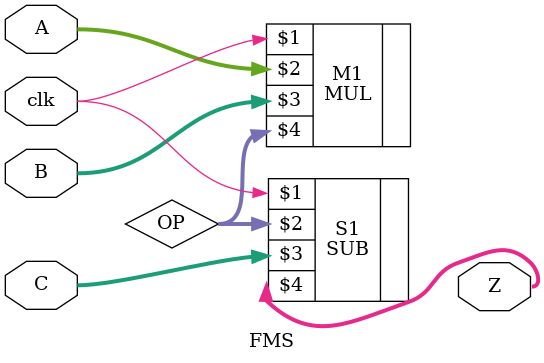
<source format=v>
module FMS(clk, A, B, C, Z);
     input clk; 
     input [31:0] A, B, C; 
     wire [31:0] OP;
     output [31:0] Z; 
     
        
    MUL M1(clk, A, B, OP);
   
    SUB S1(clk, OP, C, Z);
    
endmodule
</source>
